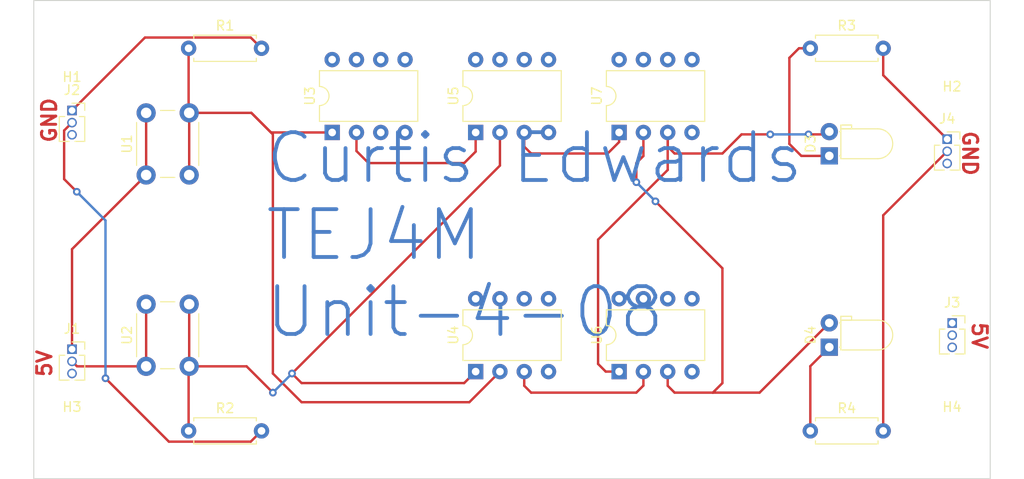
<source format=kicad_pcb>
(kicad_pcb (version 20221018) (generator pcbnew)
  (layers (0 "F.Cu" signal) (31 "B.Cu" signal) (34 "B.Paste" user) (35 "F.Paste" user) (36 "B.SilkS" user "B.Silkscreen") (37 "F.SilkS" user "F.Silkscreen") (38 "B.Mask" user) (39 "F.Mask" user) (44 "Edge.Cuts" user))
  (net 0 "")
  (net 1 "Net-(D3-K)")
  (net 2 "Net-(D3-A)")
  (net 3 "Net-(D4-K)")
  (net 4 "Net-(D4-A)")
  (net 5 "Net-(R1-Pad1)")
  (net 6 "Net-(R2-Pad1)")
  (net 7 "Net-(U3-Pad2)")
  (net 8 "Net-(U4-Pad3)")
  (net 9 "Net-(U5-Pad3)")
  (net 10 "Net-(J1-Pin_1)")
  (net 11 "Net-(J1-Pin_2)")
  (net 13 "Net-(J2-Pin_1)")
  (net 14 "Net-(J2-Pin_2)")
  (net 19 "Net-(J4-Pin_1)")
  (net 20 "Net-(J4-Pin_2)")
  (footprint "Package_DIP:DIP-8_W7.62mm" (layer "F.Cu") (at 131.2 63.8 90)
    (fp_text reference "U3" (at 3.81 -2.33 90) (layer "F.SilkS"))
    (fp_text value "74AHC04")
    (fp_line (start 1.16 -1.33) (end 1.16 8.95) (stroke (width 0.12)) (layer "F.SilkS"))
    (fp_line (start 1.16 8.95) (end 6.46 8.95) (stroke (width 0.12)) (layer "F.SilkS"))
    (fp_line (start 2.81 -1.33) (end 1.16 -1.33) (stroke (width 0.12)) (layer "F.SilkS"))
    (fp_line (start 6.46 -1.33) (end 4.81 -1.33) (stroke (width 0.12)) (layer "F.SilkS"))
    (fp_line (start 6.46 8.95) (end 6.46 -1.33) (stroke (width 0.12)) (layer "F.SilkS"))
    (fp_arc (start 4.81 -1.33) (mid 3.81 -0.33) (end 2.81 -1.33) (stroke (width 0.12)) (layer "F.SilkS"))
    (pad "1" thru_hole rect (at 0 0 90) (size 1.6 1.6) (drill 0.8) (layers "*.Cu" "*.Mask") (net 5 "Net-(R1-Pad1)"))
    (pad "2" thru_hole oval (at 0 2.54 90) (size 1.6 1.6) (drill 0.8) (layers "*.Cu" "*.Mask") (net 7 "Net-(U3-Pad2)"))
    (pad "3" thru_hole oval (at 0 5.08 90) (size 1.6 1.6) (drill 0.8) (layers "*.Cu" "*.Mask"))
    (pad "4" thru_hole oval (at 0 7.62 90) (size 1.6 1.6) (drill 0.8) (layers "*.Cu" "*.Mask"))
    (pad "5" thru_hole oval (at 7.62 7.62 90) (size 1.6 1.6) (drill 0.8) (layers "*.Cu" "*.Mask"))
    (pad "6" thru_hole oval (at 7.62 5.08 90) (size 1.6 1.6) (drill 0.8) (layers "*.Cu" "*.Mask"))
    (pad "7" thru_hole oval (at 7.62 2.54 90) (size 1.6 1.6) (drill 0.8) (layers "*.Cu" "*.Mask"))
    (pad "8" thru_hole oval (at 7.62 0 90) (size 1.6 1.6) (drill 0.8) (layers "*.Cu" "*.Mask"))
  )
  (footprint "LED_THT:LED_D3.0mm_Horizontal_O1.27mm_Z2.0mm" (layer "F.Cu") (at 183.175 86.25 90)
    (fp_text reference "D4" (at 1.27 -1.96 90) (layer "F.SilkS"))
    (fp_text value "LED")
    (fp_line (start -0.29 1.21) (end -0.29 5.07) (stroke (width 0.12)) (layer "F.SilkS"))
    (fp_line (start -0.29 1.21) (end 2.83 1.21) (stroke (width 0.12)) (layer "F.SilkS"))
    (fp_line (start 0 1.08) (end 0 1.08) (stroke (width 0.12)) (layer "F.SilkS"))
    (fp_line (start 0 1.08) (end 0 1.21) (stroke (width 0.12)) (layer "F.SilkS"))
    (fp_line (start 0 1.21) (end 0 1.08) (stroke (width 0.12)) (layer "F.SilkS"))
    (fp_line (start 0 1.21) (end 0 1.21) (stroke (width 0.12)) (layer "F.SilkS"))
    (fp_line (start 2.54 1.08) (end 2.54 1.08) (stroke (width 0.12)) (layer "F.SilkS"))
    (fp_line (start 2.54 1.08) (end 2.54 1.21) (stroke (width 0.12)) (layer "F.SilkS"))
    (fp_line (start 2.54 1.21) (end 2.54 1.08) (stroke (width 0.12)) (layer "F.SilkS"))
    (fp_line (start 2.54 1.21) (end 2.54 1.21) (stroke (width 0.12)) (layer "F.SilkS"))
    (fp_line (start 2.83 1.21) (end 2.83 5.07) (stroke (width 0.12)) (layer "F.SilkS"))
    (fp_line (start 2.83 1.21) (end 3.23 1.21) (stroke (width 0.12)) (layer "F.SilkS"))
    (fp_line (start 2.83 2.33) (end 2.83 1.21) (stroke (width 0.12)) (layer "F.SilkS"))
    (fp_line (start 3.23 1.21) (end 3.23 2.33) (stroke (width 0.12)) (layer "F.SilkS"))
    (fp_line (start 3.23 2.33) (end 2.83 2.33) (stroke (width 0.12)) (layer "F.SilkS"))
    (fp_arc (start 2.83 5.07) (mid 1.27 6.63) (end -0.29 5.07) (stroke (width 0.12)) (layer "F.SilkS"))
    (pad "1" thru_hole rect (at 0 0 90) (size 1.8 1.8) (drill 0.9) (layers "*.Cu" "*.Mask") (net 3 "Net-(D4-K)"))
    (pad "2" thru_hole circle (at 2.54 0 90) (size 1.8 1.8) (drill 0.9) (layers "*.Cu" "*.Mask") (net 4 "Net-(D4-A)"))
  )
  (footprint "Button_Switch_THT:SW_PUSH_6mm" (layer "F.Cu") (at 111.75 68.25 90)
    (fp_text reference "U1" (at 3.25 -2 90) (layer "F.SilkS"))
    (fp_text value "ADG417BN")
    (fp_line (start -0.25 1.5) (end -0.25 3) (stroke (width 0.12)) (layer "F.SilkS"))
    (fp_line (start 1 5.5) (end 5.5 5.5) (stroke (width 0.12)) (layer "F.SilkS"))
    (fp_line (start 5.5 -1) (end 1 -1) (stroke (width 0.12)) (layer "F.SilkS"))
    (fp_line (start 6.75 3) (end 6.75 1.5) (stroke (width 0.12)) (layer "F.SilkS"))
    (pad "1" thru_hole circle (at 0 0 180) (size 2 2) (drill 1.1) (layers "*.Cu" "*.Mask") (net 10 "Net-(J1-Pin_1)"))
    (pad "1" thru_hole circle (at 6.5 0 180) (size 2 2) (drill 1.1) (layers "*.Cu" "*.Mask") (net 10 "Net-(J1-Pin_1)"))
    (pad "2" thru_hole circle (at 0 4.5 180) (size 2 2) (drill 1.1) (layers "*.Cu" "*.Mask") (net 5 "Net-(R1-Pad1)"))
    (pad "2" thru_hole circle (at 6.5 4.5 180) (size 2 2) (drill 1.1) (layers "*.Cu" "*.Mask") (net 5 "Net-(R1-Pad1)"))
  )
  (footprint "Connector_PinSocket_1.27mm:PinSocket_1x03_P1.27mm_Vertical" (layer "F.Cu") (at 104 61.5)
    (fp_text reference "J2" (at 0 -2.135) (layer "F.SilkS"))
    (fp_text value "Conn_01x03_Socket")
    (fp_line (start -1.33 0.635) (end -1.33 3.235) (stroke (width 0.12)) (layer "F.SilkS"))
    (fp_line (start -1.33 0.635) (end -0.76 0.635) (stroke (width 0.12)) (layer "F.SilkS"))
    (fp_line (start -1.33 3.235) (end -0.30753 3.235) (stroke (width 0.12)) (layer "F.SilkS"))
    (fp_line (start 0 -0.76) (end 1.33 -0.76) (stroke (width 0.12)) (layer "F.SilkS"))
    (fp_line (start 0.30753 3.235) (end 1.33 3.235) (stroke (width 0.12)) (layer "F.SilkS"))
    (fp_line (start 0.76 0.635) (end 1.33 0.635) (stroke (width 0.12)) (layer "F.SilkS"))
    (fp_line (start 1.33 -0.76) (end 1.33 0) (stroke (width 0.12)) (layer "F.SilkS"))
    (fp_line (start 1.33 0.635) (end 1.33 3.235) (stroke (width 0.12)) (layer "F.SilkS"))
    (pad "1" thru_hole rect (at 0 0) (size 1 1) (drill 0.7) (layers "*.Cu" "*.Mask") (net 13 "Net-(J2-Pin_1)"))
    (pad "2" thru_hole oval (at 0 1.27) (size 1 1) (drill 0.7) (layers "*.Cu" "*.Mask") (net 14 "Net-(J2-Pin_2)"))
    (pad "3" thru_hole oval (at 0 2.54) (size 1 1) (drill 0.7) (layers "*.Cu" "*.Mask"))
  )
  (footprint "Package_DIP:DIP-8_W7.62mm" (layer "F.Cu") (at 146.2 63.8 90)
    (fp_text reference "U5" (at 3.81 -2.33 90) (layer "F.SilkS"))
    (fp_text value "74LS08")
    (fp_line (start 1.16 -1.33) (end 1.16 8.95) (stroke (width 0.12)) (layer "F.SilkS"))
    (fp_line (start 1.16 8.95) (end 6.46 8.95) (stroke (width 0.12)) (layer "F.SilkS"))
    (fp_line (start 2.81 -1.33) (end 1.16 -1.33) (stroke (width 0.12)) (layer "F.SilkS"))
    (fp_line (start 6.46 -1.33) (end 4.81 -1.33) (stroke (width 0.12)) (layer "F.SilkS"))
    (fp_line (start 6.46 8.95) (end 6.46 -1.33) (stroke (width 0.12)) (layer "F.SilkS"))
    (fp_arc (start 4.81 -1.33) (mid 3.81 -0.33) (end 2.81 -1.33) (stroke (width 0.12)) (layer "F.SilkS"))
    (pad "1" thru_hole rect (at 0 0 90) (size 1.6 1.6) (drill 0.8) (layers "*.Cu" "*.Mask") (net 7 "Net-(U3-Pad2)"))
    (pad "2" thru_hole oval (at 0 2.54 90) (size 1.6 1.6) (drill 0.8) (layers "*.Cu" "*.Mask") (net 6 "Net-(R2-Pad1)"))
    (pad "3" thru_hole oval (at 0 5.08 90) (size 1.6 1.6) (drill 0.8) (layers "*.Cu" "*.Mask") (net 9 "Net-(U5-Pad3)"))
    (pad "4" thru_hole oval (at 0 7.62 90) (size 1.6 1.6) (drill 0.8) (layers "*.Cu" "*.Mask"))
    (pad "5" thru_hole oval (at 7.62 7.62 90) (size 1.6 1.6) (drill 0.8) (layers "*.Cu" "*.Mask"))
    (pad "6" thru_hole oval (at 7.62 5.08 90) (size 1.6 1.6) (drill 0.8) (layers "*.Cu" "*.Mask"))
    (pad "7" thru_hole oval (at 7.62 2.54 90) (size 1.6 1.6) (drill 0.8) (layers "*.Cu" "*.Mask"))
    (pad "8" thru_hole oval (at 7.62 0 90) (size 1.6 1.6) (drill 0.8) (layers "*.Cu" "*.Mask"))
  )
  (footprint "Resistor_THT:R_Axial_DIN0207_L6.3mm_D2.5mm_P7.62mm_Horizontal" (layer "F.Cu") (at 116.19 55)
    (fp_text reference "R1" (at 3.81 -2.37) (layer "F.SilkS"))
    (fp_text value "R_US")
    (fp_line (start 0.54 -1.37) (end 7.08 -1.37) (stroke (width 0.12)) (layer "F.SilkS"))
    (fp_line (start 0.54 -1.04) (end 0.54 -1.37) (stroke (width 0.12)) (layer "F.SilkS"))
    (fp_line (start 0.54 1.04) (end 0.54 1.37) (stroke (width 0.12)) (layer "F.SilkS"))
    (fp_line (start 0.54 1.37) (end 7.08 1.37) (stroke (width 0.12)) (layer "F.SilkS"))
    (fp_line (start 7.08 -1.37) (end 7.08 -1.04) (stroke (width 0.12)) (layer "F.SilkS"))
    (fp_line (start 7.08 1.37) (end 7.08 1.04) (stroke (width 0.12)) (layer "F.SilkS"))
    (pad "1" thru_hole circle (at 0 0) (size 1.6 1.6) (drill 0.8) (layers "*.Cu" "*.Mask") (net 5 "Net-(R1-Pad1)"))
    (pad "2" thru_hole oval (at 7.62 0) (size 1.6 1.6) (drill 0.8) (layers "*.Cu" "*.Mask") (net 13 "Net-(J2-Pin_1)"))
  )
  (footprint "Connector_PinSocket_1.27mm:PinSocket_1x03_P1.27mm_Vertical" (layer "F.Cu") (at 196.025 83.725)
    (fp_text reference "J3" (at 0 -2.135) (layer "F.SilkS"))
    (fp_text value "Conn_01x03_Socket")
    (fp_line (start -1.33 0.635) (end -1.33 3.235) (stroke (width 0.12)) (layer "F.SilkS"))
    (fp_line (start -1.33 0.635) (end -0.76 0.635) (stroke (width 0.12)) (layer "F.SilkS"))
    (fp_line (start -1.33 3.235) (end -0.30753 3.235) (stroke (width 0.12)) (layer "F.SilkS"))
    (fp_line (start 0 -0.76) (end 1.33 -0.76) (stroke (width 0.12)) (layer "F.SilkS"))
    (fp_line (start 0.30753 3.235) (end 1.33 3.235) (stroke (width 0.12)) (layer "F.SilkS"))
    (fp_line (start 0.76 0.635) (end 1.33 0.635) (stroke (width 0.12)) (layer "F.SilkS"))
    (fp_line (start 1.33 -0.76) (end 1.33 0) (stroke (width 0.12)) (layer "F.SilkS"))
    (fp_line (start 1.33 0.635) (end 1.33 3.235) (stroke (width 0.12)) (layer "F.SilkS"))
    (pad "1" thru_hole rect (at 0 0) (size 1 1) (drill 0.7) (layers "*.Cu" "*.Mask"))
    (pad "2" thru_hole oval (at 0 1.27) (size 1 1) (drill 0.7) (layers "*.Cu" "*.Mask"))
    (pad "3" thru_hole oval (at 0 2.54) (size 1 1) (drill 0.7) (layers "*.Cu" "*.Mask"))
  )
  (footprint "Package_DIP:DIP-8_W7.62mm" (layer "F.Cu") (at 146.2 88.8 90)
    (fp_text reference "U4" (at 3.81 -2.33 90) (layer "F.SilkS"))
    (fp_text value "74LS08")
    (fp_line (start 1.16 -1.33) (end 1.16 8.95) (stroke (width 0.12)) (layer "F.SilkS"))
    (fp_line (start 1.16 8.95) (end 6.46 8.95) (stroke (width 0.12)) (layer "F.SilkS"))
    (fp_line (start 2.81 -1.33) (end 1.16 -1.33) (stroke (width 0.12)) (layer "F.SilkS"))
    (fp_line (start 6.46 -1.33) (end 4.81 -1.33) (stroke (width 0.12)) (layer "F.SilkS"))
    (fp_line (start 6.46 8.95) (end 6.46 -1.33) (stroke (width 0.12)) (layer "F.SilkS"))
    (fp_arc (start 4.81 -1.33) (mid 3.81 -0.33) (end 2.81 -1.33) (stroke (width 0.12)) (layer "F.SilkS"))
    (pad "1" thru_hole rect (at 0 0 90) (size 1.6 1.6) (drill 0.8) (layers "*.Cu" "*.Mask") (net 6 "Net-(R2-Pad1)"))
    (pad "2" thru_hole oval (at 0 2.54 90) (size 1.6 1.6) (drill 0.8) (layers "*.Cu" "*.Mask") (net 5 "Net-(R1-Pad1)"))
    (pad "3" thru_hole oval (at 0 5.08 90) (size 1.6 1.6) (drill 0.8) (layers "*.Cu" "*.Mask") (net 8 "Net-(U4-Pad3)"))
    (pad "4" thru_hole oval (at 0 7.62 90) (size 1.6 1.6) (drill 0.8) (layers "*.Cu" "*.Mask"))
    (pad "5" thru_hole oval (at 7.62 7.62 90) (size 1.6 1.6) (drill 0.8) (layers "*.Cu" "*.Mask"))
    (pad "6" thru_hole oval (at 7.62 5.08 90) (size 1.6 1.6) (drill 0.8) (layers "*.Cu" "*.Mask"))
    (pad "7" thru_hole oval (at 7.62 2.54 90) (size 1.6 1.6) (drill 0.8) (layers "*.Cu" "*.Mask"))
    (pad "8" thru_hole oval (at 7.62 0 90) (size 1.6 1.6) (drill 0.8) (layers "*.Cu" "*.Mask"))
  )
  (footprint "MountingHole:MountingHole_2.5mm" (layer "F.Cu") (at 196 96)
    (fp_text reference "H4" (at 0 -3.5) (layer "F.SilkS"))
    (fp_text value "MountingHole")
    (pad "" np_thru_hole circle (at 0 0) (size 2.5 2.5) (drill 2.5) (layers "*.Cu" "*.Mask"))
  )
  (footprint "Resistor_THT:R_Axial_DIN0207_L6.3mm_D2.5mm_P7.62mm_Horizontal" (layer "F.Cu") (at 181.19 95)
    (fp_text reference "R4" (at 3.81 -2.37) (layer "F.SilkS"))
    (fp_text value "R_US")
    (fp_line (start 0.54 -1.37) (end 7.08 -1.37) (stroke (width 0.12)) (layer "F.SilkS"))
    (fp_line (start 0.54 -1.04) (end 0.54 -1.37) (stroke (width 0.12)) (layer "F.SilkS"))
    (fp_line (start 0.54 1.04) (end 0.54 1.37) (stroke (width 0.12)) (layer "F.SilkS"))
    (fp_line (start 0.54 1.37) (end 7.08 1.37) (stroke (width 0.12)) (layer "F.SilkS"))
    (fp_line (start 7.08 -1.37) (end 7.08 -1.04) (stroke (width 0.12)) (layer "F.SilkS"))
    (fp_line (start 7.08 1.37) (end 7.08 1.04) (stroke (width 0.12)) (layer "F.SilkS"))
    (pad "1" thru_hole circle (at 0 0) (size 1.6 1.6) (drill 0.8) (layers "*.Cu" "*.Mask") (net 3 "Net-(D4-K)"))
    (pad "2" thru_hole oval (at 7.62 0) (size 1.6 1.6) (drill 0.8) (layers "*.Cu" "*.Mask") (net 20 "Net-(J4-Pin_2)"))
  )
  (footprint "MountingHole:MountingHole_2.5mm" (layer "F.Cu") (at 104 54)
    (fp_text reference "H1" (at 0 4) (layer "F.SilkS"))
    (fp_text value "MountingHole")
    (pad "" np_thru_hole circle (at 0 0) (size 2.5 2.5) (drill 2.5) (layers "*.Cu" "*.Mask"))
  )
  (footprint "LED_THT:LED_D3.0mm_Horizontal_O1.27mm_Z2.0mm" (layer "F.Cu") (at 183.175 66.25 90)
    (fp_text reference "D3" (at 1.27 -1.96 90) (layer "F.SilkS"))
    (fp_text value "LED")
    (fp_line (start -0.29 1.21) (end -0.29 5.07) (stroke (width 0.12)) (layer "F.SilkS"))
    (fp_line (start -0.29 1.21) (end 2.83 1.21) (stroke (width 0.12)) (layer "F.SilkS"))
    (fp_line (start 0 1.08) (end 0 1.08) (stroke (width 0.12)) (layer "F.SilkS"))
    (fp_line (start 0 1.08) (end 0 1.21) (stroke (width 0.12)) (layer "F.SilkS"))
    (fp_line (start 0 1.21) (end 0 1.08) (stroke (width 0.12)) (layer "F.SilkS"))
    (fp_line (start 0 1.21) (end 0 1.21) (stroke (width 0.12)) (layer "F.SilkS"))
    (fp_line (start 2.54 1.08) (end 2.54 1.08) (stroke (width 0.12)) (layer "F.SilkS"))
    (fp_line (start 2.54 1.08) (end 2.54 1.21) (stroke (width 0.12)) (layer "F.SilkS"))
    (fp_line (start 2.54 1.21) (end 2.54 1.08) (stroke (width 0.12)) (layer "F.SilkS"))
    (fp_line (start 2.54 1.21) (end 2.54 1.21) (stroke (width 0.12)) (layer "F.SilkS"))
    (fp_line (start 2.83 1.21) (end 2.83 5.07) (stroke (width 0.12)) (layer "F.SilkS"))
    (fp_line (start 2.83 1.21) (end 3.23 1.21) (stroke (width 0.12)) (layer "F.SilkS"))
    (fp_line (start 2.83 2.33) (end 2.83 1.21) (stroke (width 0.12)) (layer "F.SilkS"))
    (fp_line (start 3.23 1.21) (end 3.23 2.33) (stroke (width 0.12)) (layer "F.SilkS"))
    (fp_line (start 3.23 2.33) (end 2.83 2.33) (stroke (width 0.12)) (layer "F.SilkS"))
    (fp_arc (start 2.83 5.07) (mid 1.27 6.63) (end -0.29 5.07) (stroke (width 0.12)) (layer "F.SilkS"))
    (pad "1" thru_hole rect (at 0 0 90) (size 1.8 1.8) (drill 0.9) (layers "*.Cu" "*.Mask") (net 1 "Net-(D3-K)"))
    (pad "2" thru_hole circle (at 2.54 0 90) (size 1.8 1.8) (drill 0.9) (layers "*.Cu" "*.Mask") (net 2 "Net-(D3-A)"))
  )
  (footprint "Package_DIP:DIP-8_W7.62mm" (layer "F.Cu") (at 161.2 88.8 90)
    (fp_text reference "U6" (at 3.81 -2.33 90) (layer "F.SilkS"))
    (fp_text value "4001")
    (fp_line (start 1.16 -1.33) (end 1.16 8.95) (stroke (width 0.12)) (layer "F.SilkS"))
    (fp_line (start 1.16 8.95) (end 6.46 8.95) (stroke (width 0.12)) (layer "F.SilkS"))
    (fp_line (start 2.81 -1.33) (end 1.16 -1.33) (stroke (width 0.12)) (layer "F.SilkS"))
    (fp_line (start 6.46 -1.33) (end 4.81 -1.33) (stroke (width 0.12)) (layer "F.SilkS"))
    (fp_line (start 6.46 8.95) (end 6.46 -1.33) (stroke (width 0.12)) (layer "F.SilkS"))
    (fp_arc (start 4.81 -1.33) (mid 3.81 -0.33) (end 2.81 -1.33) (stroke (width 0.12)) (layer "F.SilkS"))
    (pad "1" thru_hole rect (at 0 0 90) (size 1.6 1.6) (drill 0.8) (layers "*.Cu" "*.Mask") (net 2 "Net-(D3-A)"))
    (pad "2" thru_hole oval (at 0 2.54 90) (size 1.6 1.6) (drill 0.8) (layers "*.Cu" "*.Mask") (net 8 "Net-(U4-Pad3)"))
    (pad "3" thru_hole oval (at 0 5.08 90) (size 1.6 1.6) (drill 0.8) (layers "*.Cu" "*.Mask") (net 4 "Net-(D4-A)"))
    (pad "4" thru_hole oval (at 0 7.62 90) (size 1.6 1.6) (drill 0.8) (layers "*.Cu" "*.Mask"))
    (pad "5" thru_hole oval (at 7.62 7.62 90) (size 1.6 1.6) (drill 0.8) (layers "*.Cu" "*.Mask"))
    (pad "6" thru_hole oval (at 7.62 5.08 90) (size 1.6 1.6) (drill 0.8) (layers "*.Cu" "*.Mask"))
    (pad "7" thru_hole oval (at 7.62 2.54 90) (size 1.6 1.6) (drill 0.8) (layers "*.Cu" "*.Mask"))
    (pad "8" thru_hole oval (at 7.62 0 90) (size 1.6 1.6) (drill 0.8) (layers "*.Cu" "*.Mask"))
  )
  (footprint "Resistor_THT:R_Axial_DIN0207_L6.3mm_D2.5mm_P7.62mm_Horizontal" (layer "F.Cu") (at 116.19 95)
    (fp_text reference "R2" (at 3.81 -2.37) (layer "F.SilkS"))
    (fp_text value "R_US")
    (fp_line (start 0.54 -1.37) (end 7.08 -1.37) (stroke (width 0.12)) (layer "F.SilkS"))
    (fp_line (start 0.54 -1.04) (end 0.54 -1.37) (stroke (width 0.12)) (layer "F.SilkS"))
    (fp_line (start 0.54 1.04) (end 0.54 1.37) (stroke (width 0.12)) (layer "F.SilkS"))
    (fp_line (start 0.54 1.37) (end 7.08 1.37) (stroke (width 0.12)) (layer "F.SilkS"))
    (fp_line (start 7.08 -1.37) (end 7.08 -1.04) (stroke (width 0.12)) (layer "F.SilkS"))
    (fp_line (start 7.08 1.37) (end 7.08 1.04) (stroke (width 0.12)) (layer "F.SilkS"))
    (pad "1" thru_hole circle (at 0 0) (size 1.6 1.6) (drill 0.8) (layers "*.Cu" "*.Mask") (net 6 "Net-(R2-Pad1)"))
    (pad "2" thru_hole oval (at 7.62 0) (size 1.6 1.6) (drill 0.8) (layers "*.Cu" "*.Mask") (net 14 "Net-(J2-Pin_2)"))
  )
  (footprint "Package_DIP:DIP-8_W7.62mm" (layer "F.Cu") (at 161.2 63.8 90)
    (fp_text reference "U7" (at 3.81 -2.33 90) (layer "F.SilkS"))
    (fp_text value "4001")
    (fp_line (start 1.16 -1.33) (end 1.16 8.95) (stroke (width 0.12)) (layer "F.SilkS"))
    (fp_line (start 1.16 8.95) (end 6.46 8.95) (stroke (width 0.12)) (layer "F.SilkS"))
    (fp_line (start 2.81 -1.33) (end 1.16 -1.33) (stroke (width 0.12)) (layer "F.SilkS"))
    (fp_line (start 6.46 -1.33) (end 4.81 -1.33) (stroke (width 0.12)) (layer "F.SilkS"))
    (fp_line (start 6.46 8.95) (end 6.46 -1.33) (stroke (width 0.12)) (layer "F.SilkS"))
    (fp_arc (start 4.81 -1.33) (mid 3.81 -0.33) (end 2.81 -1.33) (stroke (width 0.12)) (layer "F.SilkS"))
    (pad "1" thru_hole rect (at 0 0 90) (size 1.6 1.6) (drill 0.8) (layers "*.Cu" "*.Mask") (net 9 "Net-(U5-Pad3)"))
    (pad "2" thru_hole oval (at 0 2.54 90) (size 1.6 1.6) (drill 0.8) (layers "*.Cu" "*.Mask") (net 4 "Net-(D4-A)"))
    (pad "3" thru_hole oval (at 0 5.08 90) (size 1.6 1.6) (drill 0.8) (layers "*.Cu" "*.Mask") (net 2 "Net-(D3-A)"))
    (pad "4" thru_hole oval (at 0 7.62 90) (size 1.6 1.6) (drill 0.8) (layers "*.Cu" "*.Mask"))
    (pad "5" thru_hole oval (at 7.62 7.62 90) (size 1.6 1.6) (drill 0.8) (layers "*.Cu" "*.Mask"))
    (pad "6" thru_hole oval (at 7.62 5.08 90) (size 1.6 1.6) (drill 0.8) (layers "*.Cu" "*.Mask"))
    (pad "7" thru_hole oval (at 7.62 2.54 90) (size 1.6 1.6) (drill 0.8) (layers "*.Cu" "*.Mask"))
    (pad "8" thru_hole oval (at 7.62 0 90) (size 1.6 1.6) (drill 0.8) (layers "*.Cu" "*.Mask"))
  )
  (footprint "MountingHole:MountingHole_2.5mm" (layer "F.Cu") (at 104 96)
    (fp_text reference "H3" (at 0 -3.5) (layer "F.SilkS"))
    (fp_text value "MountingHole")
    (pad "" np_thru_hole circle (at 0 0) (size 2.5 2.5) (drill 2.5) (layers "*.Cu" "*.Mask"))
  )
  (footprint "Resistor_THT:R_Axial_DIN0207_L6.3mm_D2.5mm_P7.62mm_Horizontal" (layer "F.Cu") (at 181.19 55)
    (fp_text reference "R3" (at 3.81 -2.37) (layer "F.SilkS"))
    (fp_text value "R_US")
    (fp_line (start 0.54 -1.37) (end 7.08 -1.37) (stroke (width 0.12)) (layer "F.SilkS"))
    (fp_line (start 0.54 -1.04) (end 0.54 -1.37) (stroke (width 0.12)) (layer "F.SilkS"))
    (fp_line (start 0.54 1.04) (end 0.54 1.37) (stroke (width 0.12)) (layer "F.SilkS"))
    (fp_line (start 0.54 1.37) (end 7.08 1.37) (stroke (width 0.12)) (layer "F.SilkS"))
    (fp_line (start 7.08 -1.37) (end 7.08 -1.04) (stroke (width 0.12)) (layer "F.SilkS"))
    (fp_line (start 7.08 1.37) (end 7.08 1.04) (stroke (width 0.12)) (layer "F.SilkS"))
    (pad "1" thru_hole circle (at 0 0) (size 1.6 1.6) (drill 0.8) (layers "*.Cu" "*.Mask") (net 1 "Net-(D3-K)"))
    (pad "2" thru_hole oval (at 7.62 0) (size 1.6 1.6) (drill 0.8) (layers "*.Cu" "*.Mask") (net 19 "Net-(J4-Pin_1)"))
  )
  (footprint "Button_Switch_THT:SW_PUSH_6mm" (layer "F.Cu") (at 111.75 88.25 90)
    (fp_text reference "U2" (at 3.25 -2 90) (layer "F.SilkS"))
    (fp_text value "ADG417BN")
    (fp_line (start -0.25 1.5) (end -0.25 3) (stroke (width 0.12)) (layer "F.SilkS"))
    (fp_line (start 1 5.5) (end 5.5 5.5) (stroke (width 0.12)) (layer "F.SilkS"))
    (fp_line (start 5.5 -1) (end 1 -1) (stroke (width 0.12)) (layer "F.SilkS"))
    (fp_line (start 6.75 3) (end 6.75 1.5) (stroke (width 0.12)) (layer "F.SilkS"))
    (pad "1" thru_hole circle (at 0 0 180) (size 2 2) (drill 1.1) (layers "*.Cu" "*.Mask") (net 11 "Net-(J1-Pin_2)"))
    (pad "1" thru_hole circle (at 6.5 0 180) (size 2 2) (drill 1.1) (layers "*.Cu" "*.Mask") (net 11 "Net-(J1-Pin_2)"))
    (pad "2" thru_hole circle (at 0 4.5 180) (size 2 2) (drill 1.1) (layers "*.Cu" "*.Mask") (net 6 "Net-(R2-Pad1)"))
    (pad "2" thru_hole circle (at 6.5 4.5 180) (size 2 2) (drill 1.1) (layers "*.Cu" "*.Mask") (net 6 "Net-(R2-Pad1)"))
  )
  (footprint "MountingHole:MountingHole_2.5mm" (layer "F.Cu") (at 196 54)
    (fp_text reference "H2" (at 0 5) (layer "F.SilkS"))
    (fp_text value "MountingHole")
    (pad "" np_thru_hole circle (at 0 0) (size 2.5 2.5) (drill 2.5) (layers "*.Cu" "*.Mask"))
  )
  (footprint "Connector_PinSocket_1.27mm:PinSocket_1x03_P1.27mm_Vertical" (layer "F.Cu") (at 104 86.46)
    (fp_text reference "J1" (at 0 -2.135) (layer "F.SilkS"))
    (fp_text value "Conn_01x03_Socket")
    (fp_line (start -1.33 0.635) (end -1.33 3.235) (stroke (width 0.12)) (layer "F.SilkS"))
    (fp_line (start -1.33 0.635) (end -0.76 0.635) (stroke (width 0.12)) (layer "F.SilkS"))
    (fp_line (start -1.33 3.235) (end -0.30753 3.235) (stroke (width 0.12)) (layer "F.SilkS"))
    (fp_line (start 0 -0.76) (end 1.33 -0.76) (stroke (width 0.12)) (layer "F.SilkS"))
    (fp_line (start 0.30753 3.235) (end 1.33 3.235) (stroke (width 0.12)) (layer "F.SilkS"))
    (fp_line (start 0.76 0.635) (end 1.33 0.635) (stroke (width 0.12)) (layer "F.SilkS"))
    (fp_line (start 1.33 -0.76) (end 1.33 0) (stroke (width 0.12)) (layer "F.SilkS"))
    (fp_line (start 1.33 0.635) (end 1.33 3.235) (stroke (width 0.12)) (layer "F.SilkS"))
    (pad "1" thru_hole rect (at 0 0) (size 1 1) (drill 0.7) (layers "*.Cu" "*.Mask") (net 10 "Net-(J1-Pin_1)"))
    (pad "2" thru_hole oval (at 0 1.27) (size 1 1) (drill 0.7) (layers "*.Cu" "*.Mask") (net 11 "Net-(J1-Pin_2)"))
    (pad "3" thru_hole oval (at 0 2.54) (size 1 1) (drill 0.7) (layers "*.Cu" "*.Mask"))
  )
  (footprint "Connector_PinSocket_1.27mm:PinSocket_1x03_P1.27mm_Vertical" (layer "F.Cu") (at 195.5 64.5)
    (fp_text reference "J4" (at 0 -2.135) (layer "F.SilkS"))
    (fp_text value "Conn_01x03_Socket")
    (fp_line (start -1.33 0.635) (end -1.33 3.235) (stroke (width 0.12)) (layer "F.SilkS"))
    (fp_line (start -1.33 0.635) (end -0.76 0.635) (stroke (width 0.12)) (layer "F.SilkS"))
    (fp_line (start -1.33 3.235) (end -0.30753 3.235) (stroke (width 0.12)) (layer "F.SilkS"))
    (fp_line (start 0 -0.76) (end 1.33 -0.76) (stroke (width 0.12)) (layer "F.SilkS"))
    (fp_line (start 0.30753 3.235) (end 1.33 3.235) (stroke (width 0.12)) (layer "F.SilkS"))
    (fp_line (start 0.76 0.635) (end 1.33 0.635) (stroke (width 0.12)) (layer "F.SilkS"))
    (fp_line (start 1.33 -0.76) (end 1.33 0) (stroke (width 0.12)) (layer "F.SilkS"))
    (fp_line (start 1.33 0.635) (end 1.33 3.235) (stroke (width 0.12)) (layer "F.SilkS"))
    (pad "1" thru_hole rect (at 0 0) (size 1 1) (drill 0.7) (layers "*.Cu" "*.Mask") (net 19 "Net-(J4-Pin_1)"))
    (pad "2" thru_hole oval (at 0 1.27) (size 1 1) (drill 0.7) (layers "*.Cu" "*.Mask") (net 20 "Net-(J4-Pin_2)"))
    (pad "3" thru_hole oval (at 0 2.54) (size 1 1) (drill 0.7) (layers "*.Cu" "*.Mask"))
  )
  (gr_rect (start 100 50) (end 200 100) (stroke (width 0.1)) (fill none) (layer "Edge.Cuts"))
  (gr_text "GND" (at 197 63.5 -90) (layer "F.Cu") (effects (font (size 1.5 1.5) (thickness 0.3) bold) (justify left bottom)))
  (gr_text "GND" (at 102.5 65 90) (layer "F.Cu") (effects (font (size 1.5 1.5) (thickness 0.3) bold) (justify left bottom)))
  (gr_text "5V" (at 102 89.5 90) (layer "F.Cu") (effects (font (size 1.5 1.5) (thickness 0.3) bold) (justify left bottom)))
  (gr_text "5V" (at 198 83.5 270) (layer "F.Cu") (effects (font (size 1.5 1.5) (thickness 0.3) bold) (justify left bottom)))
  (gr_text "Curtis Edwards\nTEJ4M\nUnit-4-08" (at 124 85.5) (layer "B.Cu") (effects (font (size 5 5) (thickness 0.4)) (justify left bottom)))
  (segment (start 183.175 66.25) (end 180.25 66.25) (width 0.25) (layer "F.Cu") (net 1))
  (segment (start 179 56) (end 180 55) (width 0.25) (layer "F.Cu") (net 1))
  (segment (start 180 55) (end 181.19 55) (width 0.25) (layer "F.Cu") (net 1))
  (segment (start 179 65) (end 179 56) (width 0.25) (layer "F.Cu") (net 1))
  (segment (start 180.25 66.25) (end 179 65) (width 0.25) (layer "F.Cu") (net 1))
  (segment (start 166.28 63.8) (end 166.28 65.28) (width 0.25) (layer "F.Cu") (net 2))
  (segment (start 167 66) (end 172 66) (width 0.25) (layer "F.Cu") (net 2))
  (segment (start 174 64) (end 177 64) (width 0.25) (layer "F.Cu") (net 2))
  (segment (start 166.28 67.72) (end 166.28 63.8) (width 0.25) (layer "F.Cu") (net 2))
  (segment (start 182.885 64) (end 183.175 63.71) (width 0.25) (layer "F.Cu") (net 2))
  (segment (start 166.28 65.28) (end 167 66) (width 0.25) (layer "F.Cu") (net 2))
  (segment (start 161.2 88.8) (end 159.8 88.8) (width 0.25) (layer "F.Cu") (net 2))
  (segment (start 181 64) (end 182.885 64) (width 0.25) (layer "F.Cu") (net 2))
  (segment (start 159 88) (end 159 75) (width 0.25) (layer "F.Cu") (net 2))
  (segment (start 159.8 88.8) (end 159 88) (width 0.25) (layer "F.Cu") (net 2))
  (segment (start 172 66) (end 174 64) (width 0.25) (layer "F.Cu") (net 2))
  (segment (start 159 75) (end 166.28 67.72) (width 0.25) (layer "F.Cu") (net 2))
  (via (at 181 64) (size 0.8) (drill 0.4) (layers "F.Cu" "B.Cu") (net 2))
  (via (at 177 64) (size 0.8) (drill 0.4) (layers "F.Cu" "B.Cu") (net 2))
  (segment (start 177 64) (end 181 64) (width 0.25) (layer "B.Cu") (net 2))
  (segment (start 181.19 95) (end 181.19 88.235) (width 0.25) (layer "F.Cu") (net 3))
  (segment (start 181.19 88.235) (end 183.175 86.25) (width 0.25) (layer "F.Cu") (net 3))
  (segment (start 163 67) (end 163.74 66.26) (width 0.25) (layer "F.Cu") (net 4))
  (segment (start 175.885 91) (end 171 91) (width 0.25) (layer "F.Cu") (net 4))
  (segment (start 166.28 88.8) (end 166.28 90.28) (width 0.25) (layer "F.Cu") (net 4))
  (segment (start 163.74 66.26) (end 163.74 63.8) (width 0.25) (layer "F.Cu") (net 4))
  (segment (start 167 91) (end 171 91) (width 0.25) (layer "F.Cu") (net 4))
  (segment (start 172 90) (end 172 78) (width 0.25) (layer "F.Cu") (net 4))
  (segment (start 171 91) (end 172 90) (width 0.25) (layer "F.Cu") (net 4))
  (segment (start 172 78) (end 165 71) (width 0.25) (layer "F.Cu") (net 4))
  (segment (start 183.175 83.71) (end 175.885 91) (width 0.25) (layer "F.Cu") (net 4))
  (segment (start 163 69) (end 163 67) (width 0.25) (layer "F.Cu") (net 4))
  (segment (start 166.28 90.28) (end 167 91) (width 0.25) (layer "F.Cu") (net 4))
  (via (at 163 69) (size 0.8) (drill 0.4) (layers "F.Cu" "B.Cu") (net 4))
  (via (at 165 71) (size 0.8) (drill 0.4) (layers "F.Cu" "B.Cu") (net 4))
  (segment (start 165 71) (end 163 69) (width 0.25) (layer "B.Cu") (net 4))
  (segment (start 122.75 61.75) (end 125 64) (width 0.25) (layer "F.Cu") (net 5))
  (segment (start 125 64) (end 125 89) (width 0.25) (layer "F.Cu") (net 5))
  (segment (start 116.25 68.25) (end 116.25 61.75) (width 0.25) (layer "F.Cu") (net 5))
  (segment (start 125 89) (end 128 92) (width 0.25) (layer "F.Cu") (net 5))
  (segment (start 124.8 63.8) (end 131.2 63.8) (width 0.25) (layer "F.Cu") (net 5))
  (segment (start 116.25 61.75) (end 122.75 61.75) (width 0.25) (layer "F.Cu") (net 5))
  (segment (start 116.19 55) (end 116.19 61.69) (width 0.25) (layer "F.Cu") (net 5))
  (segment (start 128 92) (end 145.54 92) (width 0.25) (layer "F.Cu") (net 5))
  (segment (start 122.75 61.75) (end 124.8 63.8) (width 0.25) (layer "F.Cu") (net 5))
  (segment (start 116.19 61.69) (end 116.25 61.75) (width 0.25) (layer "F.Cu") (net 5))
  (segment (start 145.54 92) (end 148.74 88.8) (width 0.25) (layer "F.Cu") (net 5))
  (segment (start 116.19 88.31) (end 116.25 88.25) (width 0.25) (layer "F.Cu") (net 6))
  (segment (start 127 89) (end 128 90) (width 0.25) (layer "F.Cu") (net 6))
  (segment (start 145 90) (end 146.2 88.8) (width 0.25) (layer "F.Cu") (net 6))
  (segment (start 116.25 88.25) (end 122.25 88.25) (width 0.25) (layer "F.Cu") (net 6))
  (segment (start 127 89) (end 148.74 67.26) (width 0.25) (layer "F.Cu") (net 6))
  (segment (start 116.25 88.25) (end 116.25 81.75) (width 0.25) (layer "F.Cu") (net 6))
  (segment (start 122.25 88.25) (end 125 91) (width 0.25) (layer "F.Cu") (net 6))
  (segment (start 148.74 67.26) (end 148.74 63.8) (width 0.25) (layer "F.Cu") (net 6))
  (segment (start 116.19 95) (end 116.19 88.31) (width 0.25) (layer "F.Cu") (net 6))
  (segment (start 128 90) (end 145 90) (width 0.25) (layer "F.Cu") (net 6))
  (via (at 125 91) (size 0.8) (drill 0.4) (layers "F.Cu" "B.Cu") (net 6))
  (via (at 127 89) (size 0.8) (drill 0.4) (layers "F.Cu" "B.Cu") (net 6))
  (segment (start 125 91) (end 127 89) (width 0.25) (layer "B.Cu") (net 6))
  (segment (start 133.74 65.74) (end 135 67) (width 0.25) (layer "F.Cu") (net 7))
  (segment (start 145 67) (end 146.2 65.8) (width 0.25) (layer "F.Cu") (net 7))
  (segment (start 146.2 65.8) (end 146.2 63.8) (width 0.25) (layer "F.Cu") (net 7))
  (segment (start 133.74 63.8) (end 133.74 65.74) (width 0.25) (layer "F.Cu") (net 7))
  (segment (start 135 67) (end 145 67) (width 0.25) (layer "F.Cu") (net 7))
  (segment (start 151.28 88.8) (end 151.28 90.28) (width 0.25) (layer "F.Cu") (net 8))
  (segment (start 163 91) (end 163.74 90.26) (width 0.25) (layer "F.Cu") (net 8))
  (segment (start 163.74 90.26) (end 163.74 88.8) (width 0.25) (layer "F.Cu") (net 8))
  (segment (start 152 91) (end 163 91) (width 0.25) (layer "F.Cu") (net 8))
  (segment (start 151.28 90.28) (end 152 91) (width 0.25) (layer "F.Cu") (net 8))
  (segment (start 161.2 64.8) (end 161.2 63.8) (width 0.25) (layer "F.Cu") (net 9))
  (segment (start 160 66) (end 161.2 64.8) (width 0.25) (layer "F.Cu") (net 9))
  (segment (start 151.28 65.28) (end 152 66) (width 0.25) (layer "F.Cu") (net 9))
  (segment (start 152 66) (end 160 66) (width 0.25) (layer "F.Cu") (net 9))
  (segment (start 151.28 63.8) (end 151.28 65.28) (width 0.25) (layer "F.Cu") (net 9))
  (segment (start 104 76) (end 104 86.46) (width 0.25) (layer "F.Cu") (net 10))
  (segment (start 111.75 68.25) (end 104 76) (width 0.25) (layer "F.Cu") (net 10))
  (segment (start 111.75 68.25) (end 111.75 61.75) (width 0.25) (layer "F.Cu") (net 10))
  (segment (start 111.75 88.25) (end 104.52 88.25) (width 0.25) (layer "F.Cu") (net 11))
  (segment (start 111.75 81.75) (end 111.75 88.25) (width 0.25) (layer "F.Cu") (net 11))
  (segment (start 104.52 88.25) (end 104 87.73) (width 0.25) (layer "F.Cu") (net 11))
  (segment (start 111.625 53.875) (end 104 61.5) (width 0.25) (layer "F.Cu") (net 13))
  (segment (start 122.685 53.875) (end 111.625 53.875) (width 0.25) (layer "F.Cu") (net 13))
  (segment (start 123.81 55) (end 122.685 53.875) (width 0.25) (layer "F.Cu") (net 13))
  (segment (start 123.81 95) (end 122.685 96.125) (width 0.25) (layer "F.Cu") (net 14))
  (segment (start 122.685 96.125) (end 114.125 96.125) (width 0.25) (layer "F.Cu") (net 14))
  (segment (start 103.175 63.595) (end 104 62.77) (width 0.25) (layer "F.Cu") (net 14))
  (segment (start 114.125 96.125) (end 107.5 89.5) (width 0.25) (layer "F.Cu") (net 14))
  (segment (start 103.175 68.675) (end 103.175 63.595) (width 0.25) (layer "F.Cu") (net 14))
  (segment (start 104.5 70) (end 103.175 68.675) (width 0.25) (layer "F.Cu") (net 14))
  (via (at 107.5 89.5) (size 0.8) (drill 0.4) (layers "F.Cu" "B.Cu") (net 14))
  (via (at 104.5 70) (size 0.8) (drill 0.4) (layers "F.Cu" "B.Cu") (net 14))
  (segment (start 107.5 89.5) (end 107.5 73) (width 0.25) (layer "B.Cu") (net 14))
  (segment (start 107.5 73) (end 104.5 70) (width 0.25) (layer "B.Cu") (net 14))
  (segment (start 188.81 55) (end 188.81 57.81) (width 0.25) (layer "F.Cu") (net 19))
  (segment (start 188.81 57.81) (end 195.5 64.5) (width 0.25) (layer "F.Cu") (net 19))
  (segment (start 188.81 72.46) (end 195.5 65.77) (width 0.25) (layer "F.Cu") (net 20))
  (segment (start 188.81 95) (end 188.81 72.46) (width 0.25) (layer "F.Cu") (net 20))
)
</source>
